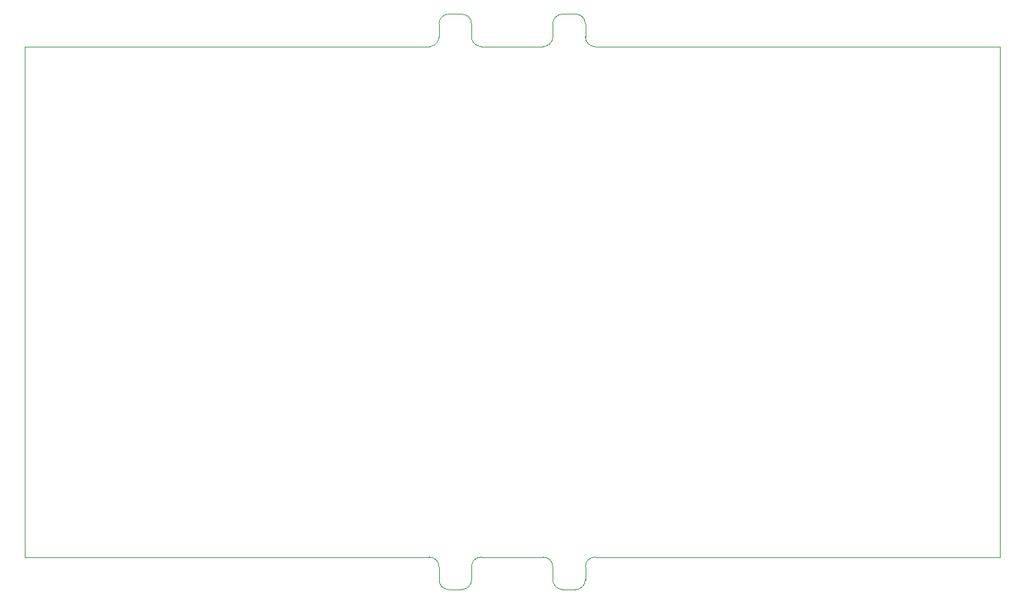
<source format=gbr>
%TF.GenerationSoftware,Altium Limited,Altium Designer,24.9.1 (31)*%
G04 Layer_Color=0*
%FSLAX45Y45*%
%MOMM*%
%TF.SameCoordinates,77867E02-C98B-4605-8BC9-D91FF86E49A9*%
%TF.FilePolarity,Positive*%
%TF.FileFunction,Profile,NP*%
%TF.Part,Single*%
G01*
G75*
%TA.AperFunction,Profile*%
%ADD12C,0.02540*%
D12*
X14041666Y4806935D02*
G03*
X14161665Y4686935I120000J0D01*
G01*
X14321664D01*
D02*
G03*
X14441666Y4806935I0J120000D01*
G01*
Y4966935D01*
D02*
G02*
X14561665Y5086935I120000J0D01*
G01*
X15321664D01*
D02*
G02*
X15441666Y4966935I0J-120000D01*
G01*
Y4806935D01*
D02*
G03*
X15561665Y4686935I120000J0D01*
G01*
X15721664D01*
D02*
G03*
X15841666Y4806935I0J120000D01*
G01*
Y4966935D01*
D02*
G02*
X15961665Y5086935I120000J0D01*
G01*
X20941666D01*
Y11376935D01*
X15961665D01*
D02*
G02*
X15841666Y11496935I0J120000D01*
G01*
Y11656935D01*
D02*
G03*
X15721664Y11776935I-120000J0D01*
G01*
X15561665D01*
D02*
G03*
X15441666Y11656935I0J-120000D01*
G01*
Y11496935D01*
D02*
G02*
X15321664Y11376935I-120000J0D01*
G01*
X14561665D01*
D02*
G02*
X14441666Y11496935I0J120000D01*
G01*
Y11656935D01*
D02*
G03*
X14321664Y11776935I-120000J0D01*
G01*
X14161665D01*
D02*
G03*
X14041666Y11656935I0J-120000D01*
G01*
Y11496935D01*
D02*
G02*
X13921664Y11376935I-120000J0D01*
G01*
X8941665D01*
Y5086935D01*
X13921664D01*
D02*
G02*
X14041666Y4966935I0J-120000D01*
G01*
Y4806935D01*
%TF.MD5,07825a5b1da9347e9aa1e9111d144134*%
M02*

</source>
